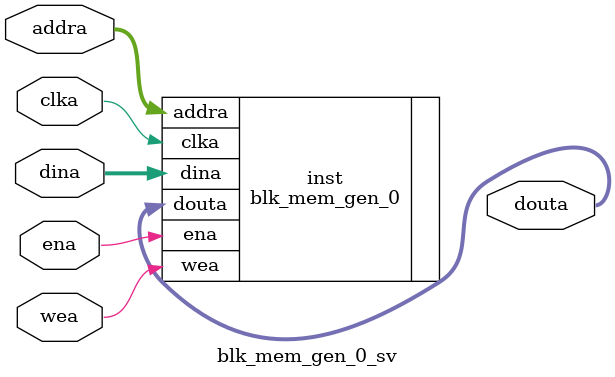
<source format=sv>


`timescale 1ps / 1ps

`include "vivado_interfaces.svh"

module blk_mem_gen_0_sv (
  (* X_INTERFACE_IGNORE = "true" *)
  input wire clka,
  (* X_INTERFACE_IGNORE = "true" *)
  input wire ena,
  (* X_INTERFACE_IGNORE = "true" *)
  input wire [0:0] wea,
  (* X_INTERFACE_IGNORE = "true" *)
  input wire [3:0] addra,
  (* X_INTERFACE_IGNORE = "true" *)
  input wire [7:0] dina,
  (* X_INTERFACE_IGNORE = "true" *)
  output wire [7:0] douta
);

  blk_mem_gen_0 inst (
    .clka(clka),
    .ena(ena),
    .wea(wea),
    .addra(addra),
    .dina(dina),
    .douta(douta)
  );

endmodule

</source>
